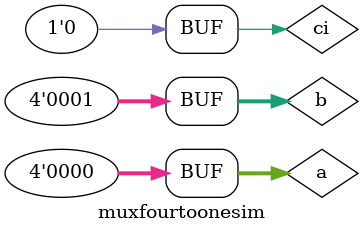
<source format=v>
`timescale 1ns / 1ps


module muxfourtoonesim();
reg[3:0] a,b;
wire[3:0] s;
reg ci;
wire c4;
fourbitadder dut(.a(a),.b(b),.co(ci),.s(s),.c4(c4));
initial
begin
a=4'b0011;
b=4'b0001;
ci=1;
#100;
a=4'b0010;
b=4'b0001;
ci=1;
#100;
a=4'b0000;
b=4'b0001;
ci=0;
end
endmodule

</source>
